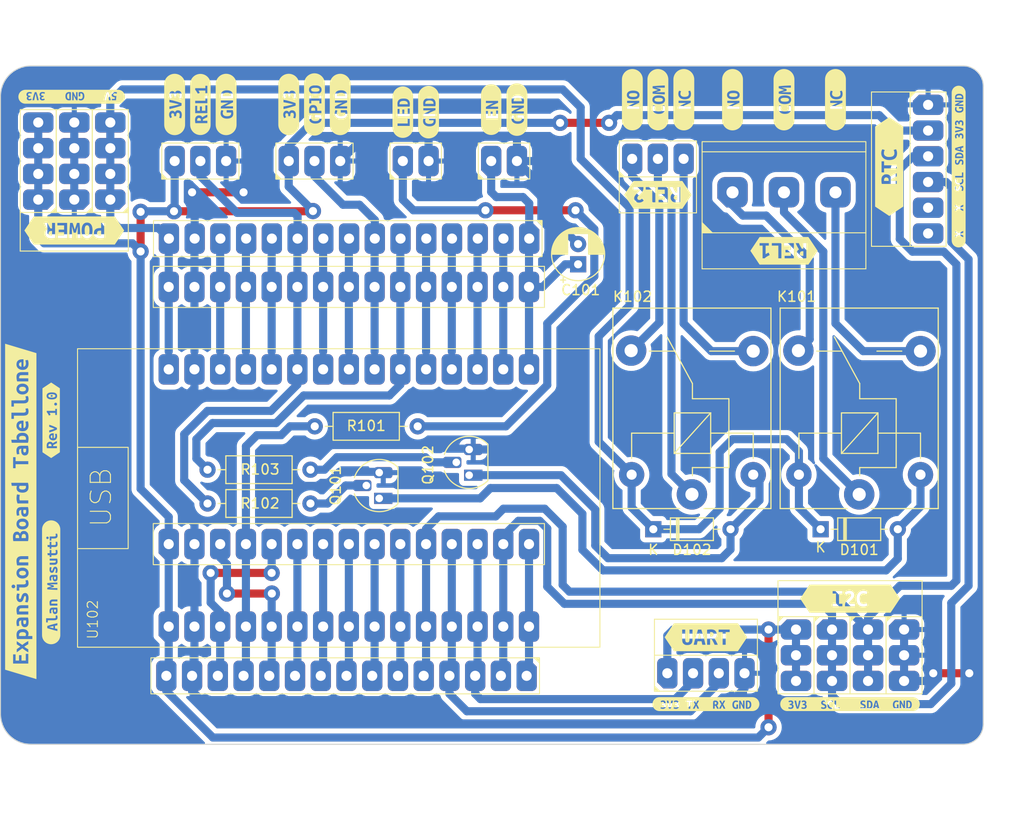
<source format=kicad_pcb>
(kicad_pcb (version 20221018) (generator pcbnew)
  (layers (0 "F.Cu" signal) (31 "B.Cu" signal) (34 "B.Paste" user) (35 "F.Paste" user) (36 "B.SilkS" user "B.Silkscreen") (37 "F.SilkS" user "F.Silkscreen") (38 "B.Mask" user) (39 "F.Mask" user) (44 "Edge.Cuts" user))
  (net 0 "")
  (net 1 "/EN")
  (net 2 "GND")
  (net 3 "+3.3V")
  (net 4 "/RELAY")
  (net 5 "/TX")
  (net 6 "/RX")
  (net 7 "/SDA")
  (net 8 "/SCL")
  (net 9 "/MOSI")
  (net 10 "/MISO")
  (net 11 "/CLK")
  (net 12 "/D5")
  (net 13 "/TX2")
  (net 14 "/RX2")
  (net 15 "/D4")
  (net 16 "/D2")
  (net 17 "/VP")
  (net 18 "/VN")
  (net 19 "/D34")
  (net 20 "/D35")
  (net 21 "Net-(D101-A)")
  (net 22 "/GPIO")
  (net 23 "/D25")
  (net 24 "/D26")
  (net 25 "/TMS")
  (net 26 "/TDI")
  (net 27 "/TCK")
  (net 28 "+5V")
  (net 29 "/D15")
  (net 30 "Net-(D102-A)")
  (net 31 "/RELAY2")
  (net 32 "Net-(J115-Pin_1)")
  (net 33 "Net-(J115-Pin_2)")
  (net 34 "Net-(J115-Pin_3)")
  (net 35 "Net-(J116-Pin_1)")
  (net 36 "Net-(J116-Pin_2)")
  (net 37 "Net-(J116-Pin_3)")
  (net 38 "Net-(Q101-B)")
  (net 39 "Net-(Q102-B)")
  (net 40 "Net-(J101-Pin_1)")
  (footprint "Connector_Header_P2.54_my:PinSocket_1x15_P2.54mm_Vertical_HandSoldering" (layer "F.Cu") (at 186.182 67.056 -90)
    (fp_text reference "J113" hide)
    (fp_text value "Conn_01x15")
  )
  (footprint "kibuzzard-674D92E6" (layer "F.Cu") (at 203.623335 106.426)
    (fp_text reference "kibuzzard-674D92E6" hide)
    (fp_text value "G***" hide)
  )
  (footprint "Diode_THT:D_DO-35_SOD27_P7.62mm_Horizontal" (layer "F.Cu") (at 198.431334 95.758)
    (fp_text reference "D102")
    (fp_text value "1N4148")
  )
  (footprint "Relay_THT:Relay_SPDT_SANYOU_SRD_Series_Form_C" (layer "F.Cu") (at 218.751334 92.32 90)
    (fp_text reference "K101")
    (fp_text value "SANYOU_SRD_Form_C")
  )
  (footprint "kibuzzard-674D9616" (layer "F.Cu") (at 211.328 53.34 90)
    (fp_text reference "kibuzzard-674D9616" hide)
    (fp_text value "G***" hide)
  )
  (footprint "kibuzzard-674D960A" (layer "F.Cu") (at 216.408 53.34 90)
    (fp_text reference "kibuzzard-674D960A" hide)
    (fp_text value "G***" hide)
  )
  (footprint "kibuzzard-674D9E9C" (layer "F.Cu") (at 217.847335 113.03)
    (fp_text reference "kibuzzard-674D9E9C" hide)
    (fp_text value "G***" hide)
  )
  (footprint "Connector_Header_P2.54_my:PinSocket_1x04_P2.54mm_Vertical_HandSoldering" (layer "F.Cu") (at 199.813335 109.982 90)
    (fp_text reference "J103" hide)
    (fp_text value "UART")
  )
  (footprint "Connector_Header_P2.54_my:PinSocket_1x02_P2.54mm_Vertical_HandSoldering" (layer "F.Cu") (at 182.429334 59.398 90)
    (fp_text reference "J102" hide)
    (fp_text value "RESET")
  )
  (footprint "Capacitor_THT:CP_Radial_D5.0mm_P2.00mm" (layer "F.Cu") (at 191.008 69.596 90)
    (fp_text reference "C101")
    (fp_text value "10u")
  )
  (footprint "Connector_Screw_P5.08_my:ScrewConnector_1x03_P5.08mm_HandSoldering" (layer "F.Cu") (at 206.248 62.484 90)
    (fp_text reference "J115" hide)
    (fp_text value "RELAY1")
  )
  (footprint "kibuzzard-674DD811" (layer "F.Cu") (at 139 85 90)
    (fp_text reference "kibuzzard-674DD811" hide)
    (fp_text value "G***" hide)
  )
  (footprint "Resistor_THT:R_Axial_DIN0207_L6.3mm_D2.5mm_P10.16mm_Horizontal" (layer "F.Cu") (at 164.592 93.218 180)
    (fp_text reference "R102")
    (fp_text value "390R")
  )
  (footprint "Connector_Header_P2.54_my:PinSocket_1x03_P2.54mm_Vertical_HandSoldering" (layer "F.Cu") (at 212.513335 105.664)
    (fp_text reference "J111" hide)
    (fp_text value "GPIO")
  )
  (footprint "Connector_Header_P2.54_my:PinSocket_1x03_P2.54mm_Vertical_HandSoldering" (layer "F.Cu") (at 223.181335 105.664)
    (fp_text reference "J117" hide)
    (fp_text value "GPIO")
  )
  (footprint "kibuzzard-674D9616" (layer "F.Cu") (at 198.882001 53.340001 90)
    (fp_text reference "kibuzzard-674D9616" hide)
    (fp_text value "G***" hide)
  )
  (footprint "Connector_Header_P2.54_my:PinSocket_1x04_P2.54mm_Vertical_HandSoldering" (layer "F.Cu") (at 144.837334 63.208 180)
    (fp_text reference "J108" hide)
    (fp_text value "5V")
  )
  (footprint "kibuzzard-674D952B" (layer "F.Cu") (at 151.187334 53.81 90)
    (fp_text reference "kibuzzard-674D952B" hide)
    (fp_text value "G***" hide)
  )
  (footprint "kibuzzard-674D960A" (layer "F.Cu") (at 201.442 53.34 90)
    (fp_text reference "kibuzzard-674D960A" hide)
    (fp_text value "G***" hide)
  )
  (footprint "Connector_Header_P2.54_my:PinSocket_1x03_P2.54mm_Vertical_HandSoldering" (layer "F.Cu") (at 196.342001 59.182001 90)
    (fp_text reference "J116" hide)
    (fp_text value "RELAY2")
  )
  (footprint "kibuzzard-674D9199" (layer "F.Cu") (at 141.027334 53.048 180)
    (fp_text reference "kibuzzard-674D9199" hide)
    (fp_text value "G***" hide)
  )
  (footprint "kibuzzard-674DC36A" (layer "F.Cu") (at 221.708995 59.944 90)
    (fp_text reference "kibuzzard-674DC36A" hide)
    (fp_text value "G***" hide)
  )
  (footprint "Connector_Header_P2.54_my:PinSocket_1x15_P2.54mm_Vertical_HandSoldering" (layer "F.Cu") (at 185.928 110.236 -90)
    (fp_text reference "J114" hide)
    (fp_text value "Conn_01x15")
  )
  (footprint "kibuzzard-674D9590" (layer "F.Cu") (at 182.429334 54.318 90)
    (fp_text reference "kibuzzard-674D9590" hide)
    (fp_text value "G***" hide)
  )
  (footprint "Connector_Header_P2.54_my:PinSocket_1x02_P2.54mm_Vertical_HandSoldering" (layer "F.Cu") (at 173.708666 59.398 90)
    (fp_text reference "J101" hide)
    (fp_text value "LED")
  )
  (footprint "Package_TO_SOT_THT:TO-92_HandSolder" (layer "F.Cu") (at 180.255335 90.424 90)
    (fp_text reference "Q102")
    (fp_text value "BC337")
  )
  (footprint "Connector_Header_P2.54_my:PinSocket_1x03_P2.54mm_Vertical_HandSoldering" (layer "F.Cu") (at 216.069335 105.664)
    (fp_text reference "J107" hide)
    (fp_text value "GPIO")
  )
  (footprint "kibuzzard-674DD7AD" (layer "F.Cu") (at 136 94 90)
    (fp_text reference "kibuzzard-674DD7AD" hide)
    (fp_text value "G***" hide)
  )
  (footprint "MCU_Espressif_Footprints:ESP_WROOM_32_DevKit_HandSoldering" (layer "F.Cu") (at 150.602135 92.6719 90)
    (fp_text reference "U102")
    (fp_text value "~")
  )
  (footprint "Connector_Header_P2.54_my:PinSocket_1x06_P2.54mm_Vertical_HandSoldering" (layer "F.Cu") (at 225.552 53.848)
    (fp_text reference "J112" hide)
    (fp_text value "RTC")
  )
  (footprint "Connector_Header_P2.54_my:PinSocket_1x03_P2.54mm_Vertical_HandSoldering" (layer "F.Cu") (at 219.625335 105.664)
    (fp_text reference "J106" hide)
    (fp_text value "GPIO")
  )
  (footprint "kibuzzard-674D9524" (layer "F.Cu") (at 164.988 53.81 90)
    (fp_text reference "kibuzzard-674D9524" hide)
    (fp_text value "G***" hide)
  )
  (footprint "Resistor_THT:R_Axial_DIN0207_L6.3mm_D2.5mm_P10.16mm_Horizontal" (layer "F.Cu") (at 164.592 89.8792 180)
    (fp_text reference "R103")
    (fp_text value "390R")
  )
  (footprint "PersonalLibrary:TabelloneBoard_HandSoldering" (layer "F.Cu") (at 150.602135 84.5285 90)
    (fp_text reference "U101" hide)
    (fp_text value "~")
  )
  (footprint "Relay_THT:Relay_SPDT_SANYOU_SRD_Series_Form_C" (layer "F.Cu") (at 202.241334 92.32 90)
    (fp_text reference "K102")
    (fp_text value "SANYOU_SRD_Form_C")
  )
  (footprint "Package_TO_SOT_THT:TO-92_HandSolder" (layer "F.Cu") (at 171.377335 92.71 90)
    (fp_text reference "Q101")
    (fp_text value "BC337")
  )
  (footprint "kibuzzard-674D96AF" (layer "F.Cu") (at 211.328 68.262 180)
    (fp_text reference "kibuzzard-674D96AF" hide)
    (fp_text value "G***" hide)
  )
  (footprint "kibuzzard-674D952B" (layer "F.Cu") (at 162.448 53.81 90)
    (fp_text reference "kibuzzard-674D952B" hide)
    (fp_text value "G***" hide)
  )
  (footprint "kibuzzard-674D9611" (layer "F.Cu") (at 206.248 53.34 90)
    (fp_text reference "kibuzzard-674D9611" hide)
    (fp_text value "G***" hide)
  )
  (footprint "kibuzzard-674D9352" (layer "F.Cu") (at 203.623335 113.03)
    (fp_text reference "kibuzzard-674D9352" hide)
    (fp_text value "G***" hide)
  )
  (footprint "kibuzzard-674DD7E6" (layer "F.Cu") (at 139 101 90)
    (fp_text reference "kibuzzard-674DD7E6" hide)
    (fp_text value "G***" hide)
  )
  (footprint "Diode_THT:D_DO-35_SOD27_P7.62mm_Horizontal" (layer "F.Cu") (at 214.941334 95.758)
    (fp_text reference "D101")
    (fp_text value "1N4148")
  )
  (footprint "Connector_Header_P2.54_my:PinSocket_1x03_P2.54mm_Vertical_HandSoldering" (layer "F.Cu") (at 151.187334 59.398 90)
    (fp_text reference "J104" hide)
    (fp_text value "RELAY")
  )
  (footprint "Connector_Header_P2.54_my:PinSocket_1x03_P2.54mm_Vertical_HandSoldering" (layer "F.Cu") (at 162.448 59.398 90)
    (fp_text reference "J105" hide)
    (fp_text value "GPIO")
  )
  (footprint "Resistor_THT:R_Axial_DIN0207_L6.3mm_D2.5mm_P10.16mm_Horizontal" (layer "F.Cu") (at 175.175335 85.598 180)
    (fp_text reference "R101")
    (fp_text value "390R")
  )
  (footprint "kibuzzard-674D90DD" (layer "F.Cu") (at 141.281334 66.255999 180)
    (fp_text reference "kibuzzard-674D90DD" hide)
    (fp_text value "G***" hide)
  )
  (footprint "Connector_Header_P2.54_my:PinSocket_1x04_P2.54mm_Vertical_HandSoldering" (layer "F.Cu") (at 137.725333 63.208 180)
    (fp_text reference "J110" hide)
    (fp_text value "3V3")
  )
  (footprint "kibuzzard-674D900C" (layer "F.Cu") (at 217.847335 102.616)
    (fp_text reference "kibuzzard-674D900C" hide)
    (fp_text value "G***" hide)
  )
  (footprint "kibuzzard-674DC425" (layer "F.Cu") (at 228.566996 59.944 90)
    (fp_text reference "kibuzzard-674DC425" hide)
    (fp_text value "G***" hide)
  )
  (footprint "kibuzzard-674D955A" (layer "F.Cu") (at 176.248666 54.572 90)
    (fp_text reference "kibuzzard-674D955A" hide)
    (fp_text value "G***" hide)
  )
  (footprint "kibuzzard-674D9611" (layer "F.Cu") (at 196.362001 53.340001 90)
    (fp_text reference "kibuzzard-674D9611" hide)
    (fp_text value "G***" hide)
  )
  (footprint "kibuzzard-674D96D9" (layer "F.Cu") (at 198.882 62.738 180)
    (fp_text reference "kibuzzard-674D96D9" hide)
    (fp_text value "G***" hide)
  )
  (footprint "kibuzzard-674D9540" (layer "F.Cu") (at 167.528 53.81 90)
    (fp_text reference "kibuzzard-674D9540" hide)
    (fp_text value "G***" hide)
  )
  (footprint "kibuzzard-674D958A" (layer "F.Cu") (at 184.969333 54.318 90)
    (fp_text reference "kibuzzard-674D958A" hide)
    (fp_text value "G***" hide)
  )
  (footprint "kibuzzard-674D9540" (layer "F.Cu") (at 156.267334 53.81 90)
    (fp_text reference "kibuzzard-674D9540" hide)
    (fp_text value "G***" hide)
  )
  (footprint "Connector_Header_P2.54_my:PinSocket_1x04_P2.54mm_Vertical_HandSoldering" (layer "F.Cu") (at 141.281334 63.208 180)
    (fp_text reference "J109" hide)
    (fp_text value "GND")
  )
  (footprint "kibuzzard-674DA1B7" (layer "F.Cu") (at 153.727334 53.81 90)
    (fp_text reference "kibuzzard-674DA1B7" hide)
    (fp_text value "G***" hide)
  )
  (footprint "kibuzzard-674D949E" (layer "F.Cu") (at 173.708666 54.572001 90)
    (fp_text reference "kibuzzard-674D949E" hide)
    (fp_text value "G***" hide)
  )
  (gr_line (start 210.735335 104.394) (end 210.735335 100.838) (stroke (width 0.1)) (layer "F.SilkS"))
  (gr_line (start 203.248 66.484) (end 203.248 70.04) (stroke (width 0.1)) (layer "F.SilkS"))
  (gr_line (start 202.692001 60.959999) (end 202.692001 64.516001) (stroke (width 0.1)) (layer "F.SilkS"))
  (gr_line (start 224.959335 100.838) (end 224.959335 104.394) (stroke (width 0.1)) (layer "F.SilkS"))
  (gr_line (start 208.703335 104.648) (end 208.703335 108.204) (stroke (width 0.1)) (layer "F.SilkS"))
  (gr_line (start 219.964 52.578001) (end 223.774002 52.578002) (stroke (width 0.1)) (layer "F.SilkS"))
  (gr_line (start 195.071999 60.959999) (end 195.072 64.516) (stroke (width 0.1)) (layer "F.SilkS"))
  (gr_line (start 202.692001 64.516001) (end 195.072 64.516) (stroke (width 0.1)) (layer "F.SilkS"))
  (gr_line (start 146.615334 68.288) (end 135.947334 68.288) (stroke (width 0.1)) (layer "F.SilkS"))
  (gr_line (start 203.248 70.04) (end 219.408 70.040001) (stroke (width 0.1)) (layer "F.SilkS"))
  (gr_line (start 198.543335 104.648) (end 208.703335 104.648) (stroke (width 0.1)) (layer "F.SilkS"))
  (gr_line (start 219.408 66.484) (end 219.408 70.040001) (stroke (width 0.1)) (layer "F.SilkS"))
  (gr_line (start 146.615334 64.478) (end 146.615334 68.288) (stroke (width 0.1)) (layer "F.SilkS"))
  (gr_line (start 219.964001 67.818) (end 219.964 52.578001) (stroke (width 0.1)) (layer "F.SilkS"))
  (gr_line (start 223.774002 67.818) (end 219.964001 67.818) (stroke (width 0.1)) (layer "F.SilkS"))
  (gr_line (start 135.947334 68.288) (end 135.947334 64.478) (stroke (width 0.1)) (layer "F.SilkS"))
  (gr_line (start 210.735335 100.838) (end 224.959335 100.838) (stroke (width 0.1)) (layer "F.SilkS"))
  (gr_line (start 198.543335 108.204) (end 198.543335 104.648) (stroke (width 0.1)) (layer "F.SilkS"))
  (gr_line (start 137 50) (end 229 50) (stroke (width 0.1)) (layer "Edge.Cuts"))
  (gr_line (start 134 114) (end 134 53) (stroke (width 0.1)) (layer "Edge.Cuts"))
  (gr_arc (start 137 117) (mid 134.87868 116.12132) (end 134 114) (stroke (width 0.1)) (layer "Edge.Cuts"))
  (gr_line (start 231 52) (end 231 115) (stroke (width 0.1)) (layer "Edge.Cuts"))
  (gr_line (start 229 117) (end 137 117) (stroke (width 0.1)) (layer "Edge.Cuts"))
  (gr_arc (start 134 53) (mid 134.87868 50.87868) (end 137 50) (stroke (width 0.1)) (layer "Edge.Cuts"))
  (gr_arc (start 231 115) (mid 230.414214 116.414214) (end 229 117) (stroke (width 0.1)) (layer "Edge.Cuts"))
  (gr_arc (start 229 50) (mid 230.414214 50.585786) (end 231 52) (stroke (width 0.1)) (layer "Edge.Cuts"))
  (segment (start 186.162135 67.075865) (end 186.182 67.056) (width 0.8) (layer "B.Cu") (net 1))
  (segment (start 186.162135 71.8285) (end 187.5055 71.8285) (width 0.8) (layer "B.Cu") (net 1))
  (segment (start 186.162135 79.9719) (end 186.162135 71.8285) (width 0.8) (layer "B.Cu") (net 1))
  (segment (start 182.429334 62.446) (end 182.937334 62.954) (width 0.8) (layer "B.Cu") (net 1))
  (segment (start 182.429334 59.398) (end 182.429334 62.446) (width 0.8) (layer "B.Cu") (net 1))
  (segment (start 189.738 69.596) (end 191.008 69.596) (width 0.8) (layer "B.Cu") (net 1))
  (segment (start 186.162135 78.2166) (end 186.162135 67.075865) (width 0.8) (layer "B.Cu") (net 1))
  (segment (start 187.5055 71.8285) (end 189.738 69.596) (width 0.8) (layer "B.Cu") (net 1))
  (segment (start 185.562 62.954) (end 186.182 63.574) (width 0.8) (layer "B.Cu") (net 1))
  (segment (start 182.937334 62.954) (end 185.562 62.954) (width 0.8) (layer "B.Cu") (net 1))
  (segment (start 186.182 63.574) (end 186.182 67.056) (width 0.8) (layer "B.Cu") (net 1))
  (segment (start 226.06 109.982) (end 229.616 109.982) (width 0.8) (layer "F.Cu") (net 2))
  (segment (start 152.908 62.484) (end 157.988 62.484) (width 0.8) (layer "F.Cu") (net 2))
  (via (at 226.06 109.982) (size 1.6) (drill 0.8) (layers "F.Cu" "B.Cu") (net 2))
  (via (at 152.908 62.484) (size 1.6) (drill 0.8) (layers "F.Cu" "B.Cu") (net 2))
  (via (at 229.616 109.982) (size 1.6) (drill 0.8) (layers "F.Cu" "B.Cu") (net 2))
  (via (at 157.988 62.484) (size 1.6) (drill 0.8) (layers "F.Cu" "B.Cu") (net 2))
  (segment (start 152.908 110.236) (end 153.416 110.236) (width 0.8) (layer "B.Cu") (net 2))
  (segment (start 150.438 84.512) (end 153.142135 81.807865) (width 0.8) (layer "B.Cu") (net 2))
  (segment (start 169.828 57.098) (end 176.224 57.098) (width 0.8) (layer "B.Cu") (net 2))
  (segment (start 163.661793 87.446) (end 161.713335 89.394458) (width 0.8) (layer "B.Cu") (net 2))
  (segment (start 156.108 114.936) (end 203.979335 114.936) (width 0.8) (layer "B.Cu") (net 2))
  (segment (start 152.908 111.736) (end 156.108 114.936) (width 0.8) (layer "B.Cu") (net 2))
  (segment (start 190.5 83.82) (end 190.5 75.946) (width 0.8) (layer "B.Cu") (net 2))
  (segment (start 161.713335 89.394458) (end 161.713335 90.363942) (width 0.8) (layer "B.Cu") (net 2))
  (segment (start 225.298 110.744) (end 226.06 109.982) (width 0.8) (layer "B.Cu") (net 2))
  (segment (start 187.382 65.224628) (end 187.982 65.824628) (width 0.8) (layer "B.Cu") (net 2))
  (segment (start 152.73 94.818) (end 152.668593 94.818) (width 0.8) (layer "B.Cu") (net 2))
  (segment (start 186.436 87.884) (end 190.5 83.82) (width 0.8) (layer "B.Cu") (net 2))
  (segment (start 153.162 67.056) (end 153.162 62.738) (width 0.8) (layer "B.Cu") (net 2))
  (segment (start 152.908 110.236) (end 153.142135 110.001865) (width 0.8) (layer "B.Cu") (net 2))
  (segment (start 153.142135 97.2285) (end 153.142135 95.230135) (width 0.8) (layer "B.Cu") (net 2))
  (segment (start 150.438 92.526) (end 150.438 84.512) (width 0.8) (layer "B.Cu") (net 2))
  (segment (start 166.073079 91.4792) (end 167.462279 90.09) (width 0.8) (layer "B.Cu") (net 2))
  (segment (start 184.969334 59.398) (end 187.382 61.810666) (width 0.8) (layer "B.Cu") (net 2))
  (segment (start 153.142135 67.075865) (end 153.162 67.056) (width 0.8) (layer "B.Cu") (net 2))
  (segment (start 180.175335 87.804) (end 178.143335 87.804) (width 0.8) (layer "B.Cu") (net 2))
  (segment (start 141.281334 55.588) (end 141.281334 63.208) (width 0.8) (layer "B.Cu") (net 2))
  (segment (start 167.528 59.398) (end 169.828 57.098) (width 0.8) (layer "B.Cu") (net 2))
  (segment (start 162.828593 91.4792) (end 166.073079 91.4792) (width 0.8) (layer "B.Cu") (net 2))
  (segment (start 203.979335 114.936) (end 207.433335 111.482) (width 0.8) (layer "B.Cu") (net 2))
  (segment (start 153.142135 110.001865) (end 153.142135 97.2285) (width 0.8) (layer "B.Cu") (net 2))
  (segment (start 152.908 110.236) (end 152.908 111.736) (width 0.8) (layer "B.Cu") (net 2))
  (segment (start 153.142135 81.807865) (end 153.142135 79.9719) (width 0.8) (layer "B.Cu") (net 2))
  (segment (start 187.982 65.824628) (end 189.236628 65.824628) (width 0.8) (layer "B.Cu") (net 2))
  (segment (start 176.426 56.896) (end 184.912 56.896) (width 0.8) (layer "B.Cu") (net 2))
  (segment (start 207.433335 111.482) (end 207.433335 109.982) (width 0.8) (layer "B.Cu") (net 2))
  (segment (start 187.382 61.810666) (end 187.382 65.224628) (width 0.8) (layer "B.Cu") (net 2))
  (segment (start 194.564 71.882) (end 194.564 65.786) (width 0.8) (layer "B.Cu") (net 2))
  (segment (start 151.731335 93.819335) (end 150.438 92.526) (width 0.8) (layer "B.Cu") (net 2))
  (segment (start 176.248666 57.122666) (end 176.224 57.098) (width 0.8) (layer "B.Cu") (net 2))
  (segment (start 167.462279 90.09) (end 171.297335 90.09) (width 0.8) (layer "B.Cu") (net 2))
  (segment (start 177.785335 87.446) (end 163.661793 87.446) (width 0.8) (layer "B.Cu") (net 2))
  (segment (start 223.181335 105.664) (end 223.181335 110.744) (width 0.8) (layer "B.Cu") (net 2))
  (segment (start 223.181335 110.744) (end 225.298 110.744) (width 0.8) (layer "B.Cu") (net 2))
  (segment (start 153.162 62.738) (end 152.908 62.484) (width 0.8) (layer "B.Cu") (net 2))
  (segment (start 176.248666 59.398) (end 176.248666 57.122666) (width 0.8) (layer "B.Cu") (net 2))
  (segment (start 180.255335 87.884) (end 186.436 87.884) (width 0.8) (layer "B.Cu") (net 2))
  (segment (start 188.176 59.398) (end 184.969334 59.398) (width 0.8) (layer "B.Cu") (net 2))
  (segment (start 184.912 56.896) (end 184.969334 56.953334) (width 0.8) (layer "B.Cu") (net 2))
  (segment (start 184.969334 56.953334) (end 184.969334 59.398) (width 0.8) (layer "B.Cu") (net 2))
  (segment (start 152.668593 94.818) (end 151.731335 93.880742) (width 0.8) (layer "B.Cu") (net 2))
  (segment (start 176.224 57.098) (end 176.426 56.896) (width 0.8) (layer "B.Cu") (net 2))
  (segment (start 190.5 75.946) (end 194.564 71.882) (width 0.8) (layer "B.Cu") (net 2))
  (segment (start 151.731335 93.880742) (end 151.731335 93.819335) (width 0.8) (layer "B.Cu") (net 2))
  (segment (start 189.236628 65.824628) (end 191.008 67.596) (width 0.8) (layer "B.Cu") (net 2))
  (segment (start 171.297335 90.09) (end 171.377335 90.17) (width 0.8) (layer "B.Cu") (net 2))
  (segment (start 153.142135 95.230135) (end 152.73 94.818) (width 0.8) (layer "B.Cu") (net 2))
  (segment (start 194.564 65.786) (end 188.176 59.398) (width 0.8) (layer "B.Cu") (net 2))
  (segment (start 161.713335 90.363942) (end 162.828593 91.4792) (width 0.8) (layer "B.Cu") (net 2))
  (segment (start 180.255335 87.884) (end 180.175335 87.804) (width 0.8) (layer "B.Cu") (net 2))
  (segment (start 153.142135 78.2166) (end 153.142135 67.075865) (width 0.8) (layer "B.Cu") (net 2))
  (segment (start 178.143335 87.804) (end 177.785335 87.446) (width 0.8) (layer "B.Cu") (net 2))
  (segment (start 164.817712 64.356) (end 151.123906 64.356) (width 0.8) (layer "F.Cu") (net 3))
  (segment (start 164.838837 64.334875) (end 164.817712 64.356) (width 0.8) (layer "F.Cu") (net 3))
  (segment (start 147.828 64.4119) (end 147.828 68.326) (width 0.8) (layer "F.Cu") (net 3))
  (segment (start 194.062 55.626) (end 189.23 55.626) (width 0.8) (layer "F.Cu") (net 3))
  (segment (start 209.804 115.316) (end 209.804 105.664) (width 0.8) (layer "F.Cu") (net 3))
  (via (at 209.804 105.664) (size 1.6) (drill 0.8) (layers "F.Cu" "B.Cu") (net 3))
  (via (at 189.23 55.626) (size 1.6) (drill 0.8) (layers "F.Cu" "B.Cu") (net 3))
  (via (at 209.804 115.316) (size 1.6) (drill 0.8) (layers "F.Cu" "B.Cu") (net 3))
  (via (at 164.838837 64.334875) (size 1.6) (drill 0.8) (layers "F.Cu" "B.Cu") (net 3))
  (via (at 147.828 68.326) (size 1.6) (drill 0.8) (layers "F.Cu" "B.Cu") (net 3))
  (via (at 151.123906 64.356) (size 1.6) (drill 0.8) (layers "F.Cu" "B.Cu") (net 3))
  (via (at 147.828 64.4119) (size 1.6) (drill 0.8) (layers "F.Cu" "B.Cu") (net 3))
  (via (at 194.062 55.626) (size 1.6) (drill 0.8) (layers "F.Cu" "B.Cu") (net 3))
  (segment (start 212.513335 110.744) (end 212.513335 105.664) (width 0.8) (layer "B.Cu") (net 3))
  (segment (start 147.028 67.526) (end 138.318 67.526) (width 0.8) (layer "B.Cu") (net 3))
  (segment (start 212.513335 105.664) (end 209.804 105.664) (width 0.8) (layer "B.Cu") (net 3))
  (segment (start 137.725333 66.933333) (end 137.725333 63.208) (width 0.8) (layer "B.Cu") (net 3))
  (segment (start 151.123906 64.356) (end 151.187334 64.292572) (width 0.8) (layer "B.Cu") (net 3))
  (segment (start 151.187334 64.292572) (end 151.187334 59.398) (width 0.8) (layer "B.Cu") (net 3))
  (segment (start 150.368 111.736) (end 150.368 110.236) (width 0.8) (layer "B.Cu") (net 3))
  (segment (start 222.25 56.388) (end 225.552 56.388) (width 0.8) (layer "B.Cu") (net 3))
  (segment (start 220.726 54.864) (end 222.25 56.388) (width 0.8) (layer "B.Cu") (net 3))
  (segment (start 164.838837 64.334875) (end 164.838837 64.314611) (width 0.8) (layer "B.Cu") (net 3))
  (segment (start 147.8839 64.356) (end 151.123906 64.356) (width 0.8) (layer "B.Cu") (net 3))
  (segment (start 189.23 55.626) (end 164.72 55.626) (width 0.8) (layer "B.Cu") (net 3))
  (segment (start 199.813335 106.256665) (end 199.813335 109.982) (width 0.8) (layer "B.Cu") (net 3))
  (segment (start 164.838837 64.314611) (end 162.448 61.923774) (width 0.8) (layer "B.Cu") (net 3))
  (segment (start 150.602135 94.542135) (end 150.602135 97.2285) (width 0.8) (layer "B.Cu") (net 3))
  (segment (start 208.788 116.332) (end 154.964 116.332) (width 0.8) (layer "B.Cu") (net 3))
  (segment (start 200.406 105.664) (end 199.813335 106.256665) (width 0.8) (layer "B.Cu") (net 3))
  (segment (start 147.828 68.326) (end 147.028 67.526) (width 0.8) (layer "B.Cu") (net 3))
  (segment (start 194.062 55.626) (end 194.824 54.864) (width 0.8) (layer "B.Cu") (net 3))
  (segment (start 162.448 61.923774) (end 162.448 59.398) (width 0.8) (layer "B.Cu") (net 3))
  (segment (start 194.824 54.864) (end 220.726 54.864) (width 0.8) (layer "B.Cu") (net 3))
  (segment (start 209.804 115.316) (end 208.788 116.332) (width 0.8) (layer "B.Cu") (net 3))
  (segment (start 138.318 67.526) (end 137.725333 66.933333) (width 0.8) (layer "B.Cu") (net 3))
  (segment (start 164.72 55.626) (end 162.448 57.898) (width 0.8) (layer "B.Cu") (net 3))
  (segment (start 150.602135 110.001865) (end 150.368 110.236) (width 0.8) (layer "B.Cu") (net 3))
  (segment (start 147.828 64.4119) (end 147.8839 64.356) (width 0.8) (layer "B.Cu") (net 3))
  (segment (start 147.828 68.326) (end 147.828 91.768) (width 0.8) (layer "B.Cu") (net 3))
  (segment (start 137.725333 55.588) (end 137.725333 63.208) (width 0.8) (layer "B.Cu") (net 3))
  (segment (start 154.964 116.332) (end 150.368 111.736) (width 0.8) (layer "B.Cu") (net 3))
  (segment (start 162.448 57.898) (end 162.448 59.398) (width 0.8) (layer "B.Cu") (net 3))
  (segment (start 150.602135 97.2285) (end 150.602135 110.001865) (width 0.8) (layer "B.Cu") (net 3))
  (segment (start 209.804 105.664) (end 200.406 105.664) (width 0.8) (layer "B.Cu") (net 3))
  (segment (start 147.828 91.768) (end 150.602135 94.542135) (width 0.8) (layer "B.Cu") (net 3))
  (segment (start 163.322 67.056) (end 163.302135 67.075865) (width 0.8) (layer "B.Cu") (net 4))
  (segment (start 160.700035 84.074) (end 163.302135 81.4719) (width 0.8) (layer "B.Cu") (net 4))
  (segment (start 154.428279 84.074) (end 160.700035 84.074) (width 0.8) (layer "B.Cu") (net 4))
  (segment (start 157.345334 64.516) (end 162.994 64.516) (width 0.8) (layer "B.Cu") (net 4))
  (segment (start 163.302135 81.4719) (end 163.302135 79.9719) (width 0.8) (layer "B.Cu") (net 4))
  (segment (start 163.322 64.844) (end 163.322 67.056) (width 0.8) (layer "B.Cu") (net 4))
  (segment (start 163.302135 67.075865) (end 163.302135 78.2166) (width 0.8) (layer "B.Cu") (net 4))
  (segment (start 162.994 64.516) (end 163.322 64.844) (width 0.8) (layer "B.Cu") (net 4))
  (segment (start 154.432 93.218) (end 152.131335 90.917335) (width 0.8) (layer "B.Cu") (net 4))
  (segment (start 152.131335 90.917335) (end 152.131335 86.370944) (width 0.8) (layer "B.Cu") (net 4))
  (segment (start 152.131335 86.370944) (end 154.428279 84.074) (width 0.8) (layer "B.Cu") (net 4))
  (segment (start 153.727334 59.398) (end 153.727334 60.898) (width 0.8) (layer "B.Cu") (net 4))
  (segment (start 153.727334 60.898) (end 157.345334 64.516) (width 0.8) (layer "B.Cu") (net 4))
  (segment (start 181.37 112.536) (end 200.597813 112.536) (width 0.8) (layer "B.Cu") (net 5))
  (segment (start 181.082135 97.2285) (end 181.082135 110.001865) (width 0.8) (layer "B.Cu") (net 5))
  (segment (start 180.848 110.236) (end 180.848 112.014) (width 0.8) (layer "B.Cu") (net 5))
  (segment (start 180.848 112.014) (end 181.37 112.536) (width 0.8) (layer "B.Cu") (net 5))
  (segment (start 200.597813 112.536) (end 202.353335 110.780478) (width 0.8) (layer "B.Cu") (net 5))
  (segment (start 202.353335 110.780478) (end 202.353335 109.982) (width 0.8) (layer "B.Cu") (net 5))
  (segment (start 181.082135 110.001865) (end 180.848 110.236) (width 0.8) (layer "B.Cu") (net 5))
  (segment (start 202.09 113.736) (end 204.893335 110.932665) (width 0.8) (layer "B.Cu") (net 6))
  (segment (start 178.542135 110.001865) (end 178.542135 97.2285) (width 0.8) (layer "B.Cu") (net 6))
  (segment (start 180.03 113.736) (end 202.09 113.736) (width 0.8) (layer "B.Cu") (net 6))
  (segment (start 178.308 112.014) (end 180.03 113.736) (width 0.8) (layer "B.Cu") (net 6))
  (segment (start 204.893335 110.932665) (end 204.893335 109.982) (width 0.8) (layer "B.Cu") (net 6))
  (segment (start 178.308 110.236) (end 178.308 112.014) (width 0.8) (layer "B.Cu") (net 6))
  (segment (start 178.308 110.236) (end 178.542135 110.001865) (width 0.8) (layer "B.Cu") (net 6))
  (segment (start 224.006126 68.347874) (end 227.097874 68.347874) (width 0.8) (layer "B.Cu") (net 7))
  (segment (start 176.002135 97.2285) (end 176.002135 95.7285) (width 0.8) (layer "B.Cu") (net 7))
  (segment (start 182.88 94.488) (end 183.6395 93.7285) (width 0.8) (layer "B.Cu") (net 7))
  (segment (start 177.242635 94.488) (end 182.88 94.488) (width 0.8) (layer "B.Cu") (net 7))
  (segment (start 176.002135 97.2285) (end 176.002135 110.001865) (width 0.8) (layer "B.Cu") (net 7))
  (segment (start 222.758 67.099748) (end 224.006126 68.347874) (width 0.8) (layer "B.Cu") (net 7))
  (segment (start 215.885335 101.924) (end 219.625335 105.664) (width 0.8) (layer "B.Cu") (net 7))
  (segment (start 228.346 69.596) (end 228.346 100.838) (width 0.8) (layer "B.Cu") (net 7))
  (segment (start 176.002135 110.001865) (end 175.768 110.236) (width 0.8) (layer "B.Cu") (net 7))
  (segment (start 227.097874 68.347874) (end 228.346 69.596) (width 0.8) (layer "B.Cu") (net 7))
  (segment (start 183.6395 93.7285) (end 187.704939 93.7285) (width 0.8) (layer "B.Cu") (net 7))
  (segment (start 219.625335 104.478665) (end 219.625335 105.664) (width 0.8) (layer "B.Cu") (net 7))
  (segment (start 190.15039 101.924) (end 215.885335 101.924) (width 0.8) (layer "B.Cu") (net 7))
  (segment (start 222.758 60.222) (end 222.758 67.099748) (width 0.8) (layer "B.Cu") (net 7))
  (segment (start 228.346 100.838) (end 227.838 101.346) (width 0.8) (layer "B.Cu") (net 7))
  (segment (start 227.838 101.346) (end 222.758 101.346) (width 0.8) (layer "B.Cu") (net 7))
  (segment (start 187.704939 93.7285) (end 189.484 95.507561) (width 0.8) (layer "B.Cu") (net 7))
  (segment (start 224.052 58.928) (end 222.758 60.222) (width 0.8) (layer "B.Cu") (net 7))
  (segment (start 225.552 58.928) (end 224.052 58.928) (width 0.8) (layer "B.Cu") (net 7))
  (segment (start 189.484 101.25761) (end 190.15039 101.924) (width 0.8) (layer "B.Cu") (net 7))
  (segment (start 222.758 101.346) (end 219.625335 104.478665) (width 0.8) (layer "B.Cu") (net 7))
  (segment (start 189.484 95.507561) (end 189.484 101.25761) (width 0.8) (layer "B.Cu") (net 7))
  (segment (start 219.625335 110.744) (end 219.625335 105.664) (width 0.8) (layer "B.Cu") (net 7))
  (segment (start 176.002135 95.7285) (end 177.242635 94.488) (width 0.8) (layer "B.Cu") (net 7))
  (segment (start 227.838 110.998) (end 227.838 103.043056) (width 0.8) (layer "B.Cu") (net 8))
  (segment (start 216.916 113.03) (end 225.806 113.03) (width 0.8) (layer "B.Cu") (net 8))
  (segment (start 227.838 103.043056) (end 229.546 101.335056) (width 0.8) (layer "B.Cu") (net 8))
  (segment (start 216.069335 112.183335) (end 216.916 113.03) (width 0.8) (layer "B.Cu") (net 8))
  (segment (start 216.069335 110.744) (end 216.069335 112.183335) (width 0.8) (layer "B.Cu") (net 8))
  (segment (start 216.069335 104.140001) (end 216.069335 110.744) (width 0.8) (layer "B.Cu") (net 8))
  (segment (start 185.116387 94.9285) (end 187.207883 94.9285) (width 0.8) (layer "B.Cu") (net 8))
  (segment (start 227.852 61.99) (end 227.33 61.468) (width 0.8) (layer "B.Cu") (net 8))
  (segment (start 187.207883 94.9285) (end 187.962135 95.682752) (width 0.8) (layer "B.Cu") (net 8))
  (segment (start 183.622135 96.422752) (end 185.116387 94.9285) (width 0.8) (layer "B.Cu") (net 8))
  (segment (start 187.962135 95.682752) (end 187.962135 101.432801) (width 0.8) (layer "B.Cu") (net 8))
  (segment (start 183.622135 97.2285) (end 183.622135 96.422752) (width 0.8) (layer "B.Cu") (net 8))
  (segment (start 227.33 61.468) (end 225.552 61.468) (width 0.8) (layer "B.Cu") (net 8))
  (segment (start 225.806 113.03) (end 227.838 110.998) (width 0.8) (layer "B.Cu") (net 8))
  (segment (start 229.546 101.335056) (end 229.546 69.098944) (width 0.8) (layer "B.Cu") (net 8))
  (segment (start 189.653334 103.124) (end 215.053334 103.124) (width 0.8) (layer "B.Cu") (net 8))
  (segment (start 227.852 67.404944) (end 227.852 61.99) (width 0.8) (layer "B.Cu") (net 8))
  (segment (start 187.962135 101.432801) (end 189.653334 103.124) (width 0.8) (layer "B.Cu") (net 8))
  (segment (start 183.622135 110.001865) (end 183.622135 97.2285) (width 0.8) (layer "B.Cu") (net 8))
  (segment (start 215.053334 103.124) (end 216.069335 104.140001) (width 0.8) (layer "B.Cu") (net 8))
  (segment (start 183.388 110.236) (end 183.622135 110.001865) (width 0.8) (layer "B.Cu") (net 8))
  (segment (start 229.546 69.098944) (end 227.852 67.404944) (width 0.8) (layer "B.Cu") (net 8))
  (segment (start 186.162135 97.2285) (end 186.162135 110.001865) (width 0.8) (layer "B.Cu") (net 9))
  (segment (start 186.162135 110.001865) (end 185.928 110.236) (width 0.8) (layer "B.Cu") (net 9))
  (segment (start 173.228 110.236) (end 173.462135 110.001865) (width 0.8) (layer "B.Cu") (net 10))
  (segment (start 173.462135 110.001865) (end 173.462135 97.2285) (width 0.8) (layer "B.Cu") (net 10))
  (segment (start 170.922135 97.2285) (end 170.922135 110.0047) (width 0.8) (layer "B.Cu") (net 11))
  (segment (start 168.382135 110.001865) (end 168.382135 97.2285) (width 0.8) (layer "B.Cu") (net 12))
  (segment (start 168.148 110.236) (end 168.382135 110.001865) (width 0.8) (layer "B.Cu") (net 12))
  (segment (start 165.608 110.236) (end 165.842135 110.001865) (width 0.8) (layer "B.Cu") (net 13))
  (segment (start 165.842135 110.001865) (end 165.842135 97.2285) (width 0.8) (layer "B.Cu") (net 13))
  (segment (start 163.068 110.236) (end 163.302135 110.001865) (width 0.8) (layer "B.Cu") (net 14))
  (segment (start 163.302135 110.001865) (end 163.302135 97.2285) (width 0.8) (layer "B.Cu") (net 14))
  (segment (start 156.349106 102.108) (end 160.782 102.108) (width 0.8) (layer "F.Cu") (net 15))
  (via (at 160.782 102.108) (size 1.6) (drill 0.8) (layers "F.Cu" "B.Cu") (net 15))
  (via (at 156.349106 102.108) (size 1.6) (drill 0.8) (layers "F.Cu" "B.Cu") (net 15))
  (segment (start 160.762135 110.001865) (end 160.528 110.236) (width 0.8) (layer "B.Cu") (net 15))
  (segment (start 156.349106 102.108) (end 156.349106 99.218996) (width 0.8) (layer "B.Cu") (net 15))
  (segment (start 156.349106 99.218996) (end 155.682135 98.552025) (width 0.8) (layer "B.Cu") (net 15))
  (segment (start 155.682135 98.552025) (end 155.682135 97.2285) (width 0.8) (layer "B.Cu") (net 15))
  (segment (start 160.782 102.108) (end 160.762135 102.127865) (width 0.8) (layer "B.Cu") (net 15))
  (segment (start 160.762135 102.127865) (end 160.762135 110.001865) (width 0.8) (layer "B.Cu") (net 15))
  (segment (start 158.222135 87.5652) (end 159.313335 86.474) (width 0.8) (layer "B.Cu") (net 16))
  (segment (start 162.570147 85.598) (end 165.015335 85.598) (width 0.8) (layer "B.Cu") (net 16))
  (segment (start 161.694147 86.474) (end 162.570147 85.598) (width 0.8) (layer "B.Cu") (net 16))
  (segment (start 158.222135 97.2285) (end 158.222135 87.5652) (width 0.8) (layer "B.Cu") (net 16))
  (segment (start 157.988 110.236) (end 158.222135 110.001865) (width 0.8) (layer "B.Cu") (net 16))
  (segment (start 158.222135 110.001865) (end 158.222135 97.2285) (width 0.8) (layer "B.Cu") (net 16))
  (segment (start 159.313335 86.474) (end 161.694147 86.474) (width 0.8) (layer "B.Cu") (net 16))
  (segment (start 183.622135 67.075865) (end 183.642 67.056) (width 0.8) (layer "B.Cu") (net 17))
  (segment (start 183.622135 79.9719) (end 183.622135 67.075865) (width 0.8) (layer "B.Cu") (net 17))
  (segment (start 181.082135 66.1048) (end 181.017335 66.04) (width 0.8) (layer "B.Cu") (net 18))
  (segment (start 181.082135 79.9719) (end 181.082135 66.1048) (width 0.8) (layer "B.Cu") (net 18))
  (segment (start 178.562 67.056) (end 178.542135 67.075865) (width 0.8) (layer "B.Cu") (net 19))
  (segment (start 178.542135 67.075865) (end 178.542135 78.2166) (width 0.8) (layer "B.Cu") (net 19))
  (segment (start 176.002135 67.075865) (end 176.022 67.056) (width 0.8) (layer "B.Cu") (net 20))
  (segment (start 176.002135 78.2166) (end 176.002135 67.075865) (width 0.8) (layer "B.Cu") (net 20))
  (segment (start 224.801334 93.518) (end 224.801334 90.37) (width 0.8) (layer "B.Cu") (net 21))
  (segment (start 171.377335 92.71) (end 181.339335 92.71) (width 0.8) (layer "B.Cu") (net 21))
  (segment (start 182.355335 91.694) (end 188.891334 91.694) (width 0.8) (layer "B.Cu") (net 21))
  (segment (start 191.431334 97.79) (end 193.463334 99.822) (width 0.8) (layer "B.Cu") (net 21))
  (segment (start 221.403334 99.822) (end 222.561334 98.664) (width 0.8) (layer "B.Cu") (net 21))
  (segment (start 188.891334 91.694) (end 191.431334 94.234) (width 0.8) (layer "B.Cu") (net 21))
  (segment (start 181.339335 92.71) (end 182.355335 91.694) (width 0.8) (layer "B.Cu") (net 21))
  (segment (start 222.561334 98.664) (end 222.561334 95.758) (width 0.8) (layer "B.Cu") (net 21))
  (segment (start 193.463334 99.822) (end 221.403334 99.822) (width 0.8) (layer "B.Cu") (net 21))
  (segment (start 191.431334 94.234) (end 191.431334 97.79) (width 0.8) (layer "B.Cu") (net 21))
  (segment (start 222.561334 95.758) (end 224.801334 93.518) (width 0.8) (layer "B.Cu") (net 21))
  (segment (start 167.8019 63.7119) (end 169.427883 63.7119) (width 0.8) (layer "B.Cu") (net 22))
  (segment (start 170.922135 78.2166) (end 170.922135 67.075865) (width 0.8) (layer "B.Cu") (net 22))
  (segment (start 169.427883 63.7119) (end 170.942 65.226017) (width 0.8) (layer "B.Cu") (net 22))
  (segment (start 170.942 65.226017) (end 170.942 67.056) (width 0.8) (layer "B.Cu") (net 22))
  (segment (start 164.988 60.898) (end 167.8019 63.7119) (width 0.8) (layer "B.Cu") (net 22))
  (segment (start 170.922135 67.075865) (end 170.942 67.056) (width 0.8) (layer "B.Cu") (net 22))
  (segment (start 164.988 59.398) (end 164.988 60.898) (width 0.8) (layer "B.Cu") (net 22))
  (segment (start 168.402 67.056) (end 168.382135 67.075865) (width 0.8) (layer "B.Cu") (net 23))
  (segment (start 168.382135 67.075865) (end 168.382135 78.2166) (width 0.8) (layer "B.Cu") (net 23))
  (segment (start 165.842135 78.2166) (end 165.842135 67.075865) (width 0.8) (layer "B.Cu") (net 24))
  (segment (start 165.842135 67.075865) (end 165.862 67.056) (width 0.8) (layer "B.Cu") (net 24))
  (segment (start 160.762135 78.2166) (end 160.762135 67.075865) (width 0.8) (layer "B.Cu") (net 25))
  (segment (start 160.762135 67.075865) (end 160.782 67.056) (width 0.8) (layer "B.Cu") (net 25))
  (segment (start 158.222135 67.075865) (end 158.222135 78.2166) (width 0.8) (layer "B.Cu") (net 26))
  (segment (start 158.242 67.056) (end 158.222135 67.075865) (width 0.8) (layer "B.Cu") (net 26))
  (segment (start 155.682135 67.075865) (end 155.702 67.056) (width 0.8) (layer "B.Cu") (net 27))
  (segment (start 155.682135 78.2166) (end 155.682135 67.075865) (width 0.8) (layer "B.Cu") (net 27))
  (segment (start 144.837334 55.588) (end 144.837334 53.536666) (width 0.8) (layer "B.Cu") (net 28))
  (segment (start 150.602135 67.075865) (end 150.622 67.056) (width 0.8) (layer "B.Cu") (net 28))
  (segment (start 212.801334 88.087334) (end 212.801334 90.37) (width 0.8) (layer "B.Cu") (net 28))
  (segment (start 193.04 87.118666) (end 196.291334 90.37) (width 0.8) (layer "B.Cu") (net 28))
  (segment (start 150.602135 78.2166) (end 150.602135 67.075865) (width 0.8) (layer "B.Cu") (net 28))
  (segment (start 212.801334 93.618) (end 212.801334 90.37) (width 0.8) (layer "B.Cu") (net 28))
  (segment (start 214.941334 95.758) (end 212.801334 93.618) (width 0.8) (layer "B.Cu") (net 28))
  (segment (start 193.04 76.708) (end 193.04 87.118666) (width 0.8) (layer "B.Cu") (net 28))
  (segment (start 211.582 86.868) (end 212.801334 88.087334) (width 0.8) (layer "B.Cu") (net 28))
  (segment (start 196.088 64.008) (end 196.088 73.66) (width 0.8) (layer "B.Cu") (net 28))
  (segment (start 144.837334 53.536666) (end 146.05 52.324) (width 0.8) (layer "B.Cu") (net 28))
  (segment (start 191.262 59.182) (end 196.088 64.008) (width 0.8) (layer "B.Cu") (net 28))
  (segment (start 204.978 88.138) (end 206.248 86.868) (width 0.8) (layer "B.Cu") (net 28))
  (segment (start 196.088 73.66) (end 193.04 76.708) (width 0.8) (layer "B.Cu") (net 28))
  (segment (start 202.946 95.758) (end 204.978 93.726) (width 0.8) (layer "B.Cu") (net 28))
  (segment (start 206.248 86.868) (end 211.582 86.868) (width 0.8) (layer "B.Cu") (net 28))
  (segment (start 204.978 93.726) (end 204.978 88.138) (width 0.8) (layer "B.Cu") (net 28))
  (segment (start 198.431334 95.758) (end 196.291334 93.618) (width 0.8) (layer "B.Cu") (net 28))
  (segment (start 146.05 52.324) (end 189.484 52.324) (width 0.8) (layer "B.Cu") (net 28))
  (segment (start 144.837334 55.588) (end 144.837334 63.208) (width 0.8) (layer "B.Cu") (net 28))
  (segment (start 196.291334 93.618) (end 196.291334 90.37) (width 0.8) (layer "B.Cu") (net 28))
  (segment (start 144.837334 65.155334) (end 145.6939 66.0119) (width 0.8) (layer "B.Cu") (net 28))
  (segment (start 149.5779 66.0119) (end 150.622 67.056) (width 0.8) (layer "B.Cu") (net 28))
  (segment (start 144.837334 63.208) (end 144.837334 65.155334) (width 0.8) (layer "B.Cu") (net 28))
  (segment (start 145.6939 66.0119) (end 149.5779 66.0119) (width 0.8) (layer "B.Cu") (net 28))
  (segment (start 198.431334 95.758) (end 202.946 95.758) (width 0.8) (layer "B.Cu") (net 28))
  (segment (start 191.262 54.102) (end 191.262 59.182) (width 0.8) (layer "B.Cu") (net 28))
  (segment (start 189.484 52.324) (end 191.262 54.102) (width 0.8) (layer "B.Cu") (net 28))
  (segment (start 154.742135 100.076) (end 160.762135 100.076) (width 0.8) (layer "F.Cu") (net 29))
  (via (at 154.742135 100.076) (size 1.6) (drill 0.8) (layers "F.Cu" "B.Cu") (net 29))
  (via (at 160.762135 100.076) (size 1.6) (drill 0.8) (layers "F.Cu" "B.Cu") (net 29))
  (segment (start 154.742135 100.076) (end 154.742135 103.0108) (width 0.8) (layer "B.Cu") (net 29))
  (segment (start 160.762135 100.076) (end 160.762135 97.2285) (width 0.8) (layer "B.Cu") (net 29))
  (segment (start 155.682135 103.9508) (end 155.682135 110.001865) (width 0.8) (layer "B.Cu") (net 29))
  (segment (start 155.682135 110.001865) (end 155.448 110.236) (width 0.8) (layer "B.Cu") (net 29))
  (segment (start 154.742135 103.0108) (end 155.682135 103.9508) (width 0.8) (layer "B.Cu") (net 29))
  (segment (start 193.96039 98.622) (end 205.181334 98.622) (width 0.8) (layer "B.Cu") (net 30))
  (segment (start 206.051334 95.758) (end 208.911334 92.898) (width 0.8) (layer "B.Cu") (net 30))
  (segment (start 180.255335 90.424) (end 189.31839 90.424) (width 0.8) (layer "B.Cu") (net 30))
  (segment (start 208.911334 92.898) (end 208.911334 90.37) (width 0.8) (layer "B.Cu") (net 30))
  (segment (start 206.051334 97.752) (end 206.051334 95.758) (width 0.8) (layer "B.Cu") (net 30))
  (segment (start 189.31839 90.424) (end 192.701334 93.806944) (width 0.8) (layer "B.Cu") (net 30))
  (segment (start 205.181334 98.622) (end 206.051334 97.752) (width 0.8) (layer "B.Cu") (net 30))
  (segment (start 192.701334 93.806944) (end 192.701334 97.362944) (width 0.8) (layer "B.Cu") (net 30))
  (segment (start 192.701334 97.362944) (end 193.96039 98.622) (width 0.8) (layer "B.Cu") (net 30))
  (segment (start 154.925335 85.274) (end 161.197091 85.274) (width 0.8) (layer "B.Cu") (net 31))
  (segment (start 161.197091 85.274) (end 163.921091 82.55) (width 0.8) (layer "B.Cu") (net 31))
  (segment (start 173.482 67.056) (end 173.462135 67.075865) (width 0.8) (layer "B.Cu") (net 31))
  (segment (start 153.331335 88.778535) (end 153.331335 86.868) (width 0.8) (layer "B.Cu") (net 31))
  (segment (start 173.462135 67.075865) (end 173.462135 78.2166) (width 0.8) (layer "B.Cu") (net 31))
  (segment (start 154.432 89.8792) (end 153.331335 88.778535) (width 0.8) (layer "B.Cu") (net 31))
  (segment (start 172.384035 82.55) (end 173.462135 81.4719) (width 0.8) (layer "B.Cu") (net 31))
  (segment (start 163.921091 82.55) (end 172.384035 82.55) (width 0.8) (layer "B.Cu") (net 31))
  (segment (start 153.331335 86.868) (end 154.925335 85.274) (width 0.8) (layer "B.Cu") (net 31))
  (segment (start 173.462135 81.4719) (end 173.462135 79.9719) (width 0.8) (layer "B.Cu") (net 31))
  (segment (start 206.248 62.484) (end 206.248 63.754) (width 0.8) (layer "B.Cu") (net 32))
  (segment (start 213.868 69.088) (end 213.868 77.003334) (width 0.8) (layer "B.Cu") (net 32))
  (segment (start 209.564 64.784) (end 213.868 69.088) (width 0.8) (layer "B.Cu") (net 32))
  (segment (start 207.278 64.784) (end 209.564 64.784) (width 0.8) (layer "B.Cu") (net 32))
  (segment (start 213.868 77.003334) (end 212.751334 78.12) (width 0.8) (layer "B.Cu") (net 32))
  (segment (start 206.248 63.754) (end 207.278 64.784) (width 0.8) (layer "B.Cu") (net 32))
  (segment (start 215.208 88.776666) (end 218.751334 92.32) (width 0.8) (layer "B.Cu") (net 33))
  (segment (start 211.328 64.4525) (end 215.208 68.3325) (width 0.8) (layer "B.Cu") (net 33))
  (segment (start 215.208 68.3325) (end 215.208 88.776666) (width 0.8) (layer "B.Cu") (net 33))
  (segment (start 211.328 62.484) (end 211.328 64.4525) (width 0.8) (layer "B.Cu") (net 33))
  (segment (start 219.14 78.17) (end 224.801334 78.17) (width 0.8) (layer "B.Cu") (net 34))
  (segment (start 216.408 75.438) (end 219.14 78.17) (width 0.8) (layer "B.Cu") (net 34))
  (segment (start 216.408 62.484) (end 216.408 75.438) (width 0.8) (layer "B.Cu") (net 34))
  (segment (start 199.022001 75.339333) (end 196.241334 78.12) (width 0.8) (layer "B.Cu") (net 35))
  (segment (start 196.342001 59.182001) (end 196.342001 60.867889) (width 0.8) (layer "B.Cu") (net 35))
  (segment (start 196.342001 60.867889) (end 199.022001 63.547889) (width 0.8) (layer "B.Cu") (net 35))
  (segment (start 199.022001 63.547889) (end 199.022001 75.339333) (width 0.8) (layer "B.Cu") (net 35))
  (segment (start 200.222001 90.300667) (end 202.241334 92.32) (width 0.8) (layer "B.Cu") (net 36))
  (segment (start 198.882001 61.710833) (end 200.222001 63.050833) (width 0.8) (layer "B.Cu") (net 36))
  (segment (start 200.222001 63.050833) (end 200.222001 90.300667) (width 0.8) (layer "B.Cu") (net 36))
  (segment (start 198.882001 59.182001) (end 198.882001 61.710833) (width 0.8) (layer "B.Cu") (net 36))
  (segment (start 201.422001 75.438001) (end 201.422001 59.182001) (width 0.8) (layer "B.Cu") (net 37))
  (segment (start 204.154 78.17) (end 201.422001 75.438001) (width 0.8) (layer "B.Cu") (net 37))
  (segment (start 208.291334 78.17) (end 204.154 78.17) (width 0.8) (layer "B.Cu") (net 37))
  (segment (start 166.285334 93.218) (end 168.063334 91.44) (width 0.8) (layer "B.Cu") (net 38))
  (segment (start 164.592 93.218) (end 166.285334 93.218) (width 0.8) (layer "B.Cu") (net 38))
  (segment (start 168.063334 91.44) (end 170.107335 91.44) (width 0.8) (layer "B.Cu") (net 38))
  (segment (start 165.976023 89.8792) (end 167.209223 88.646) (width 0.8) (layer "B.Cu") (net 39))
  (segment (start 175.937335 88.646) (end 176.445335 89.154) (width 0.8) (layer "B.Cu") (net 39))
  (segment (start 176.445335 89.154) (end 178.985335 89.154) (width 0.8) (layer "B.Cu") (net 39))
  (segment (start 164.592 89.8792) (end 165.976023 89.8792) (width 0.8) (layer "B.Cu") (net 39))
  (segment (start 167.209223 88.646) (end 175.937335 88.646) (width 0.8) (layer "B.Cu") (net 39))
  (segment (start 190.754 64.262) (end 181.864 64.262) (width 0.8) (layer "F.Cu") (net 40))
  (via (at 181.864 64.262) (size 1.6) (drill 0.8) (layers "F.Cu" "B.Cu") (net 40))
  (via (at 190.754 64.262) (size 1.6) (drill 0.8) (layers "F.Cu" "B.Cu") (net 40))
  (segment (start 173.708666 63.218666) (end 173.708666 59.398) (width 0.8) (layer "B.Cu") (net 40))
  (segment (start 190.754 64.262) (end 192.608 66.116) (width 0.8) (layer "B.Cu") (net 40))
  (segment (start 192.608 70.79) (end 187.962135 75.435865) (width 0.8) (layer "B.Cu") (net 40))
  (segment (start 192.608 66.116) (end 192.608 70.79) (width 0.8) (layer "B.Cu") (net 40))
  (segment (start 187.962135 81.517648) (end 183.881783 85.598) (width 0.8) (layer "B.Cu") (net 40))
  (segment (start 183.881783 85.598) (end 175.175335 85.598) (width 0.8) (layer "B.Cu") (net 40))
  (segment (start 174.752 64.262) (end 173.708666 63.218666) (width 0.8) (layer "B.Cu") (net 40))
  (segment (start 181.864 64.262) (end 174.752 64.262) (width 0.8) (layer "B.Cu") (net 40))
  (segment (start 187.962135 75.435865) (end 187.962135 81.517648) (width 0.8) (layer "B.Cu") (net 40))
  (zone (net 2) (net_name "GND") (layer "B.Cu") (connect_pads (clearance 0.5)) (min_thickness 0.25) (fill yes (thermal_gap 0.5) (thermal_bridge_width 0.5))
    (polygon (pts (xy 134 50) (xy 231.028 50) (xy 231.028 117.056) (xy 134 117.056)))
  )
)
</source>
